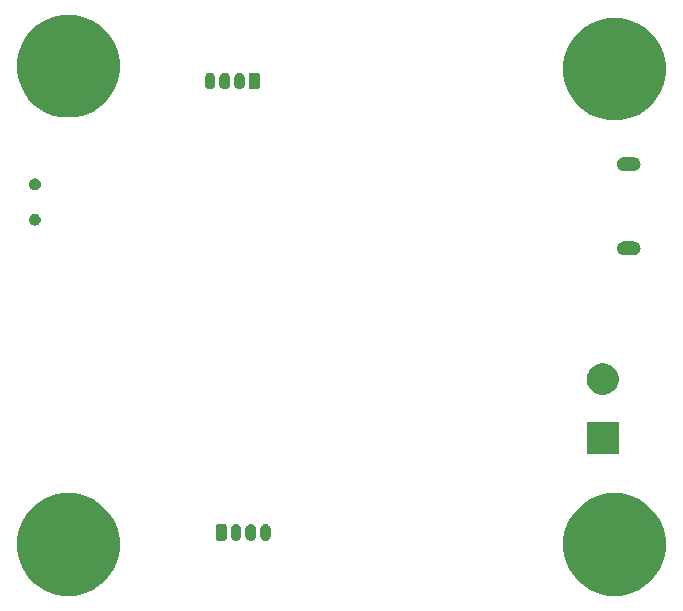
<source format=gbr>
G04 #@! TF.GenerationSoftware,KiCad,Pcbnew,(5.1.6)-1*
G04 #@! TF.CreationDate,2023-08-05T22:02:59+03:00*
G04 #@! TF.ProjectId,STM32F4_REV2,53544d33-3246-4345-9f52-4556322e6b69,rev?*
G04 #@! TF.SameCoordinates,Original*
G04 #@! TF.FileFunction,Soldermask,Bot*
G04 #@! TF.FilePolarity,Negative*
%FSLAX46Y46*%
G04 Gerber Fmt 4.6, Leading zero omitted, Abs format (unit mm)*
G04 Created by KiCad (PCBNEW (5.1.6)-1) date 2023-08-05 22:02:59*
%MOMM*%
%LPD*%
G01*
G04 APERTURE LIST*
%ADD10C,0.100000*%
G04 APERTURE END LIST*
D10*
G36*
X158048156Y-94922794D02*
G01*
X158769140Y-95066206D01*
X159560972Y-95394193D01*
X160273601Y-95870357D01*
X160879643Y-96476399D01*
X161355807Y-97189028D01*
X161683794Y-97980860D01*
X161851000Y-98821464D01*
X161851000Y-99678536D01*
X161683794Y-100519140D01*
X161355807Y-101310972D01*
X160879643Y-102023601D01*
X160273601Y-102629643D01*
X159560972Y-103105807D01*
X158769140Y-103433794D01*
X158048156Y-103577206D01*
X157928537Y-103601000D01*
X157071463Y-103601000D01*
X156951844Y-103577206D01*
X156230860Y-103433794D01*
X155439028Y-103105807D01*
X154726399Y-102629643D01*
X154120357Y-102023601D01*
X153644193Y-101310972D01*
X153316206Y-100519140D01*
X153149000Y-99678536D01*
X153149000Y-98821464D01*
X153316206Y-97980860D01*
X153644193Y-97189028D01*
X154120357Y-96476399D01*
X154726399Y-95870357D01*
X155439028Y-95394193D01*
X156230860Y-95066206D01*
X156951844Y-94922794D01*
X157071463Y-94899000D01*
X157928537Y-94899000D01*
X158048156Y-94922794D01*
G37*
G36*
X111798156Y-94922794D02*
G01*
X112519140Y-95066206D01*
X113310972Y-95394193D01*
X114023601Y-95870357D01*
X114629643Y-96476399D01*
X115105807Y-97189028D01*
X115433794Y-97980860D01*
X115601000Y-98821464D01*
X115601000Y-99678536D01*
X115433794Y-100519140D01*
X115105807Y-101310972D01*
X114629643Y-102023601D01*
X114023601Y-102629643D01*
X113310972Y-103105807D01*
X112519140Y-103433794D01*
X111798156Y-103577206D01*
X111678537Y-103601000D01*
X110821463Y-103601000D01*
X110701844Y-103577206D01*
X109980860Y-103433794D01*
X109189028Y-103105807D01*
X108476399Y-102629643D01*
X107870357Y-102023601D01*
X107394193Y-101310972D01*
X107066206Y-100519140D01*
X106899000Y-99678536D01*
X106899000Y-98821464D01*
X107066206Y-97980860D01*
X107394193Y-97189028D01*
X107870357Y-96476399D01*
X108476399Y-95870357D01*
X109189028Y-95394193D01*
X109980860Y-95066206D01*
X110701844Y-94922794D01*
X110821463Y-94899000D01*
X111678537Y-94899000D01*
X111798156Y-94922794D01*
G37*
G36*
X125538409Y-97530525D02*
G01*
X125623425Y-97556314D01*
X125701774Y-97598193D01*
X125770449Y-97654552D01*
X125826807Y-97723225D01*
X125868686Y-97801574D01*
X125894475Y-97886590D01*
X125901000Y-97952842D01*
X125901000Y-98497158D01*
X125894475Y-98563410D01*
X125868686Y-98648426D01*
X125826807Y-98726775D01*
X125770449Y-98795449D01*
X125701775Y-98851807D01*
X125623426Y-98893686D01*
X125538410Y-98919475D01*
X125450000Y-98928182D01*
X125361591Y-98919475D01*
X125276575Y-98893686D01*
X125198226Y-98851807D01*
X125129552Y-98795449D01*
X125073195Y-98726776D01*
X125031313Y-98648423D01*
X125005525Y-98563410D01*
X124999000Y-98497158D01*
X124999000Y-97952843D01*
X125005525Y-97886591D01*
X125031314Y-97801575D01*
X125073193Y-97723226D01*
X125129552Y-97654551D01*
X125198225Y-97598193D01*
X125276574Y-97556314D01*
X125361590Y-97530525D01*
X125450000Y-97521818D01*
X125538409Y-97530525D01*
G37*
G36*
X128038409Y-97530525D02*
G01*
X128123425Y-97556314D01*
X128201774Y-97598193D01*
X128270449Y-97654552D01*
X128326807Y-97723225D01*
X128368686Y-97801574D01*
X128394475Y-97886590D01*
X128401000Y-97952842D01*
X128401000Y-98497158D01*
X128394475Y-98563410D01*
X128368686Y-98648426D01*
X128326807Y-98726775D01*
X128270449Y-98795449D01*
X128201775Y-98851807D01*
X128123426Y-98893686D01*
X128038410Y-98919475D01*
X127950000Y-98928182D01*
X127861591Y-98919475D01*
X127776575Y-98893686D01*
X127698226Y-98851807D01*
X127629552Y-98795449D01*
X127573195Y-98726776D01*
X127531313Y-98648423D01*
X127505525Y-98563410D01*
X127499000Y-98497158D01*
X127499000Y-97952843D01*
X127505525Y-97886591D01*
X127531314Y-97801575D01*
X127573193Y-97723226D01*
X127629552Y-97654551D01*
X127698225Y-97598193D01*
X127776574Y-97556314D01*
X127861590Y-97530525D01*
X127950000Y-97521818D01*
X128038409Y-97530525D01*
G37*
G36*
X126788409Y-97530525D02*
G01*
X126873425Y-97556314D01*
X126951774Y-97598193D01*
X127020449Y-97654552D01*
X127076807Y-97723225D01*
X127118686Y-97801574D01*
X127144475Y-97886590D01*
X127151000Y-97952842D01*
X127151000Y-98497158D01*
X127144475Y-98563410D01*
X127118686Y-98648426D01*
X127076807Y-98726775D01*
X127020449Y-98795449D01*
X126951775Y-98851807D01*
X126873426Y-98893686D01*
X126788410Y-98919475D01*
X126700000Y-98928182D01*
X126611591Y-98919475D01*
X126526575Y-98893686D01*
X126448226Y-98851807D01*
X126379552Y-98795449D01*
X126323195Y-98726776D01*
X126281313Y-98648423D01*
X126255525Y-98563410D01*
X126249000Y-98497158D01*
X126249000Y-97952843D01*
X126255525Y-97886591D01*
X126281314Y-97801575D01*
X126323193Y-97723226D01*
X126379552Y-97654551D01*
X126448225Y-97598193D01*
X126526574Y-97556314D01*
X126611590Y-97530525D01*
X126700000Y-97521818D01*
X126788409Y-97530525D01*
G37*
G36*
X124519683Y-97527725D02*
G01*
X124550143Y-97536966D01*
X124578223Y-97551974D01*
X124602831Y-97572169D01*
X124623026Y-97596777D01*
X124638034Y-97624857D01*
X124647275Y-97655317D01*
X124651000Y-97693140D01*
X124651000Y-98756860D01*
X124647275Y-98794683D01*
X124638034Y-98825143D01*
X124623026Y-98853223D01*
X124602831Y-98877831D01*
X124578223Y-98898026D01*
X124550143Y-98913034D01*
X124519683Y-98922275D01*
X124481860Y-98926000D01*
X123918140Y-98926000D01*
X123880317Y-98922275D01*
X123849857Y-98913034D01*
X123821777Y-98898026D01*
X123797169Y-98877831D01*
X123776974Y-98853223D01*
X123761966Y-98825143D01*
X123752725Y-98794683D01*
X123749000Y-98756860D01*
X123749000Y-97693140D01*
X123752725Y-97655317D01*
X123761966Y-97624857D01*
X123776974Y-97596777D01*
X123797169Y-97572169D01*
X123821777Y-97551974D01*
X123849857Y-97536966D01*
X123880317Y-97527725D01*
X123918140Y-97524000D01*
X124481860Y-97524000D01*
X124519683Y-97527725D01*
G37*
G36*
X157851000Y-91601000D02*
G01*
X155149000Y-91601000D01*
X155149000Y-88899000D01*
X157851000Y-88899000D01*
X157851000Y-91601000D01*
G37*
G36*
X156894072Y-83950918D02*
G01*
X157139939Y-84052759D01*
X157361212Y-84200610D01*
X157549390Y-84388788D01*
X157697241Y-84610061D01*
X157799082Y-84855928D01*
X157851000Y-85116938D01*
X157851000Y-85383062D01*
X157799082Y-85644072D01*
X157697241Y-85889939D01*
X157549390Y-86111212D01*
X157361212Y-86299390D01*
X157139939Y-86447241D01*
X157139938Y-86447242D01*
X157139937Y-86447242D01*
X156894072Y-86549082D01*
X156633063Y-86601000D01*
X156366937Y-86601000D01*
X156105928Y-86549082D01*
X155860063Y-86447242D01*
X155860062Y-86447242D01*
X155860061Y-86447241D01*
X155638788Y-86299390D01*
X155450610Y-86111212D01*
X155302759Y-85889939D01*
X155200918Y-85644072D01*
X155149000Y-85383062D01*
X155149000Y-85116938D01*
X155200918Y-84855928D01*
X155302759Y-84610061D01*
X155450610Y-84388788D01*
X155638788Y-84200610D01*
X155860061Y-84052759D01*
X156105928Y-83950918D01*
X156366937Y-83899000D01*
X156633063Y-83899000D01*
X156894072Y-83950918D01*
G37*
G36*
X159237916Y-73607334D02*
G01*
X159346492Y-73640271D01*
X159346495Y-73640272D01*
X159382601Y-73659571D01*
X159446557Y-73693756D01*
X159534264Y-73765736D01*
X159606244Y-73853443D01*
X159640429Y-73917399D01*
X159659728Y-73953505D01*
X159659729Y-73953508D01*
X159692666Y-74062084D01*
X159703787Y-74175000D01*
X159692666Y-74287916D01*
X159659729Y-74396492D01*
X159659728Y-74396495D01*
X159640429Y-74432601D01*
X159606244Y-74496557D01*
X159534264Y-74584264D01*
X159446557Y-74656244D01*
X159382601Y-74690429D01*
X159346495Y-74709728D01*
X159346492Y-74709729D01*
X159237916Y-74742666D01*
X159153298Y-74751000D01*
X158246702Y-74751000D01*
X158162084Y-74742666D01*
X158053508Y-74709729D01*
X158053505Y-74709728D01*
X158017399Y-74690429D01*
X157953443Y-74656244D01*
X157865736Y-74584264D01*
X157793756Y-74496557D01*
X157759571Y-74432601D01*
X157740272Y-74396495D01*
X157740271Y-74396492D01*
X157707334Y-74287916D01*
X157696213Y-74175000D01*
X157707334Y-74062084D01*
X157740271Y-73953508D01*
X157740272Y-73953505D01*
X157759571Y-73917399D01*
X157793756Y-73853443D01*
X157865736Y-73765736D01*
X157953443Y-73693756D01*
X158017399Y-73659571D01*
X158053505Y-73640272D01*
X158053508Y-73640271D01*
X158162084Y-73607334D01*
X158246702Y-73599000D01*
X159153298Y-73599000D01*
X159237916Y-73607334D01*
G37*
G36*
X108517740Y-71258627D02*
G01*
X108566136Y-71268253D01*
X108603902Y-71283896D01*
X108657311Y-71306019D01*
X108657312Y-71306020D01*
X108739369Y-71360848D01*
X108809152Y-71430631D01*
X108809153Y-71430633D01*
X108863981Y-71512689D01*
X108901747Y-71603865D01*
X108921000Y-71700655D01*
X108921000Y-71799345D01*
X108901747Y-71896135D01*
X108863981Y-71987311D01*
X108863980Y-71987312D01*
X108809152Y-72069369D01*
X108739369Y-72139152D01*
X108698062Y-72166752D01*
X108657311Y-72193981D01*
X108603902Y-72216104D01*
X108566136Y-72231747D01*
X108517740Y-72241374D01*
X108469345Y-72251000D01*
X108370655Y-72251000D01*
X108322260Y-72241374D01*
X108273864Y-72231747D01*
X108236098Y-72216104D01*
X108182689Y-72193981D01*
X108141938Y-72166752D01*
X108100631Y-72139152D01*
X108030848Y-72069369D01*
X107976020Y-71987312D01*
X107976019Y-71987311D01*
X107938253Y-71896135D01*
X107919000Y-71799345D01*
X107919000Y-71700655D01*
X107938253Y-71603865D01*
X107976019Y-71512689D01*
X108030847Y-71430633D01*
X108030848Y-71430631D01*
X108100631Y-71360848D01*
X108182688Y-71306020D01*
X108182689Y-71306019D01*
X108236098Y-71283896D01*
X108273864Y-71268253D01*
X108322260Y-71258627D01*
X108370655Y-71249000D01*
X108469345Y-71249000D01*
X108517740Y-71258627D01*
G37*
G36*
X108517740Y-68258626D02*
G01*
X108566136Y-68268253D01*
X108603902Y-68283896D01*
X108657311Y-68306019D01*
X108657312Y-68306020D01*
X108739369Y-68360848D01*
X108809152Y-68430631D01*
X108809153Y-68430633D01*
X108863981Y-68512689D01*
X108901747Y-68603865D01*
X108921000Y-68700655D01*
X108921000Y-68799345D01*
X108901747Y-68896135D01*
X108863981Y-68987311D01*
X108863980Y-68987312D01*
X108809152Y-69069369D01*
X108739369Y-69139152D01*
X108698062Y-69166752D01*
X108657311Y-69193981D01*
X108603902Y-69216104D01*
X108566136Y-69231747D01*
X108517740Y-69241373D01*
X108469345Y-69251000D01*
X108370655Y-69251000D01*
X108322260Y-69241373D01*
X108273864Y-69231747D01*
X108236098Y-69216104D01*
X108182689Y-69193981D01*
X108141938Y-69166752D01*
X108100631Y-69139152D01*
X108030848Y-69069369D01*
X107976020Y-68987312D01*
X107976019Y-68987311D01*
X107938253Y-68896135D01*
X107919000Y-68799345D01*
X107919000Y-68700655D01*
X107938253Y-68603865D01*
X107976019Y-68512689D01*
X108030847Y-68430633D01*
X108030848Y-68430631D01*
X108100631Y-68360848D01*
X108182688Y-68306020D01*
X108182689Y-68306019D01*
X108236098Y-68283896D01*
X108273864Y-68268253D01*
X108322260Y-68258626D01*
X108370655Y-68249000D01*
X108469345Y-68249000D01*
X108517740Y-68258626D01*
G37*
G36*
X159237916Y-66457334D02*
G01*
X159346492Y-66490271D01*
X159346495Y-66490272D01*
X159382601Y-66509571D01*
X159446557Y-66543756D01*
X159534264Y-66615736D01*
X159606244Y-66703443D01*
X159640429Y-66767399D01*
X159659728Y-66803505D01*
X159659729Y-66803508D01*
X159692666Y-66912084D01*
X159703787Y-67025000D01*
X159692666Y-67137916D01*
X159659729Y-67246492D01*
X159659728Y-67246495D01*
X159640429Y-67282601D01*
X159606244Y-67346557D01*
X159534264Y-67434264D01*
X159446557Y-67506244D01*
X159382601Y-67540429D01*
X159346495Y-67559728D01*
X159346492Y-67559729D01*
X159237916Y-67592666D01*
X159153298Y-67601000D01*
X158246702Y-67601000D01*
X158162084Y-67592666D01*
X158053508Y-67559729D01*
X158053505Y-67559728D01*
X158017399Y-67540429D01*
X157953443Y-67506244D01*
X157865736Y-67434264D01*
X157793756Y-67346557D01*
X157759571Y-67282601D01*
X157740272Y-67246495D01*
X157740271Y-67246492D01*
X157707334Y-67137916D01*
X157696213Y-67025000D01*
X157707334Y-66912084D01*
X157740271Y-66803508D01*
X157740272Y-66803505D01*
X157759571Y-66767399D01*
X157793756Y-66703443D01*
X157865736Y-66615736D01*
X157953443Y-66543756D01*
X158017399Y-66509571D01*
X158053505Y-66490272D01*
X158053508Y-66490271D01*
X158162084Y-66457334D01*
X158246702Y-66449000D01*
X159153298Y-66449000D01*
X159237916Y-66457334D01*
G37*
G36*
X158048156Y-54672794D02*
G01*
X158769140Y-54816206D01*
X159560972Y-55144193D01*
X160273601Y-55620357D01*
X160879643Y-56226399D01*
X161355807Y-56939028D01*
X161683794Y-57730860D01*
X161851000Y-58571464D01*
X161851000Y-59428536D01*
X161683794Y-60269140D01*
X161355807Y-61060972D01*
X160879643Y-61773601D01*
X160273601Y-62379643D01*
X159560972Y-62855807D01*
X158769140Y-63183794D01*
X158048156Y-63327206D01*
X157928537Y-63351000D01*
X157071463Y-63351000D01*
X156951844Y-63327206D01*
X156230860Y-63183794D01*
X155439028Y-62855807D01*
X154726399Y-62379643D01*
X154120357Y-61773601D01*
X153644193Y-61060972D01*
X153316206Y-60269140D01*
X153149000Y-59428536D01*
X153149000Y-58571464D01*
X153316206Y-57730860D01*
X153644193Y-56939028D01*
X154120357Y-56226399D01*
X154726399Y-55620357D01*
X155439028Y-55144193D01*
X156230860Y-54816206D01*
X156951844Y-54672794D01*
X157071463Y-54649000D01*
X157928537Y-54649000D01*
X158048156Y-54672794D01*
G37*
G36*
X111798156Y-54422794D02*
G01*
X112519140Y-54566206D01*
X113310972Y-54894193D01*
X114023601Y-55370357D01*
X114629643Y-55976399D01*
X115105807Y-56689028D01*
X115433794Y-57480860D01*
X115601000Y-58321464D01*
X115601000Y-59178536D01*
X115433794Y-60019140D01*
X115105807Y-60810972D01*
X114629643Y-61523601D01*
X114023601Y-62129643D01*
X113310972Y-62605807D01*
X112519140Y-62933794D01*
X111798156Y-63077206D01*
X111678537Y-63101000D01*
X110821463Y-63101000D01*
X110701844Y-63077206D01*
X109980860Y-62933794D01*
X109189028Y-62605807D01*
X108476399Y-62129643D01*
X107870357Y-61523601D01*
X107394193Y-60810972D01*
X107066206Y-60019140D01*
X106899000Y-59178536D01*
X106899000Y-58321464D01*
X107066206Y-57480860D01*
X107394193Y-56689028D01*
X107870357Y-55976399D01*
X108476399Y-55370357D01*
X109189028Y-54894193D01*
X109980860Y-54566206D01*
X110701844Y-54422794D01*
X110821463Y-54399000D01*
X111678537Y-54399000D01*
X111798156Y-54422794D01*
G37*
G36*
X125838410Y-59305525D02*
G01*
X125923426Y-59331314D01*
X126001775Y-59373193D01*
X126070449Y-59429551D01*
X126126807Y-59498225D01*
X126168686Y-59576574D01*
X126194475Y-59661590D01*
X126201000Y-59727842D01*
X126201000Y-60272158D01*
X126194475Y-60338410D01*
X126168686Y-60423426D01*
X126126807Y-60501775D01*
X126070449Y-60570448D01*
X126001774Y-60626807D01*
X125923425Y-60668686D01*
X125838409Y-60694475D01*
X125750000Y-60703182D01*
X125661590Y-60694475D01*
X125576574Y-60668686D01*
X125498225Y-60626807D01*
X125429552Y-60570449D01*
X125373193Y-60501774D01*
X125331314Y-60423425D01*
X125305525Y-60338409D01*
X125299000Y-60272157D01*
X125299000Y-59727842D01*
X125305525Y-59661590D01*
X125331313Y-59576577D01*
X125373195Y-59498224D01*
X125429552Y-59429551D01*
X125498226Y-59373193D01*
X125576575Y-59331314D01*
X125661591Y-59305525D01*
X125750000Y-59296818D01*
X125838410Y-59305525D01*
G37*
G36*
X124588410Y-59305525D02*
G01*
X124673426Y-59331314D01*
X124751775Y-59373193D01*
X124820449Y-59429551D01*
X124876807Y-59498225D01*
X124918686Y-59576574D01*
X124944475Y-59661590D01*
X124951000Y-59727842D01*
X124951000Y-60272158D01*
X124944475Y-60338410D01*
X124918686Y-60423426D01*
X124876807Y-60501775D01*
X124820449Y-60570448D01*
X124751774Y-60626807D01*
X124673425Y-60668686D01*
X124588409Y-60694475D01*
X124500000Y-60703182D01*
X124411590Y-60694475D01*
X124326574Y-60668686D01*
X124248225Y-60626807D01*
X124179552Y-60570449D01*
X124123193Y-60501774D01*
X124081314Y-60423425D01*
X124055525Y-60338409D01*
X124049000Y-60272157D01*
X124049000Y-59727842D01*
X124055525Y-59661590D01*
X124081313Y-59576577D01*
X124123195Y-59498224D01*
X124179552Y-59429551D01*
X124248226Y-59373193D01*
X124326575Y-59331314D01*
X124411591Y-59305525D01*
X124500000Y-59296818D01*
X124588410Y-59305525D01*
G37*
G36*
X123338410Y-59305525D02*
G01*
X123423426Y-59331314D01*
X123501775Y-59373193D01*
X123570449Y-59429551D01*
X123626807Y-59498225D01*
X123668686Y-59576574D01*
X123694475Y-59661590D01*
X123701000Y-59727842D01*
X123701000Y-60272158D01*
X123694475Y-60338410D01*
X123668686Y-60423426D01*
X123626807Y-60501775D01*
X123570449Y-60570448D01*
X123501774Y-60626807D01*
X123423425Y-60668686D01*
X123338409Y-60694475D01*
X123250000Y-60703182D01*
X123161590Y-60694475D01*
X123076574Y-60668686D01*
X122998225Y-60626807D01*
X122929552Y-60570449D01*
X122873193Y-60501774D01*
X122831314Y-60423425D01*
X122805525Y-60338409D01*
X122799000Y-60272157D01*
X122799000Y-59727842D01*
X122805525Y-59661590D01*
X122831313Y-59576577D01*
X122873195Y-59498224D01*
X122929552Y-59429551D01*
X122998226Y-59373193D01*
X123076575Y-59331314D01*
X123161591Y-59305525D01*
X123250000Y-59296818D01*
X123338410Y-59305525D01*
G37*
G36*
X127319683Y-59302725D02*
G01*
X127350143Y-59311966D01*
X127378223Y-59326974D01*
X127402831Y-59347169D01*
X127423026Y-59371777D01*
X127438034Y-59399857D01*
X127447275Y-59430317D01*
X127451000Y-59468140D01*
X127451000Y-60531860D01*
X127447275Y-60569683D01*
X127438034Y-60600143D01*
X127423026Y-60628223D01*
X127402831Y-60652831D01*
X127378223Y-60673026D01*
X127350143Y-60688034D01*
X127319683Y-60697275D01*
X127281860Y-60701000D01*
X126718140Y-60701000D01*
X126680317Y-60697275D01*
X126649857Y-60688034D01*
X126621777Y-60673026D01*
X126597169Y-60652831D01*
X126576974Y-60628223D01*
X126561966Y-60600143D01*
X126552725Y-60569683D01*
X126549000Y-60531860D01*
X126549000Y-59468140D01*
X126552725Y-59430317D01*
X126561966Y-59399857D01*
X126576974Y-59371777D01*
X126597169Y-59347169D01*
X126621777Y-59326974D01*
X126649857Y-59311966D01*
X126680317Y-59302725D01*
X126718140Y-59299000D01*
X127281860Y-59299000D01*
X127319683Y-59302725D01*
G37*
M02*

</source>
